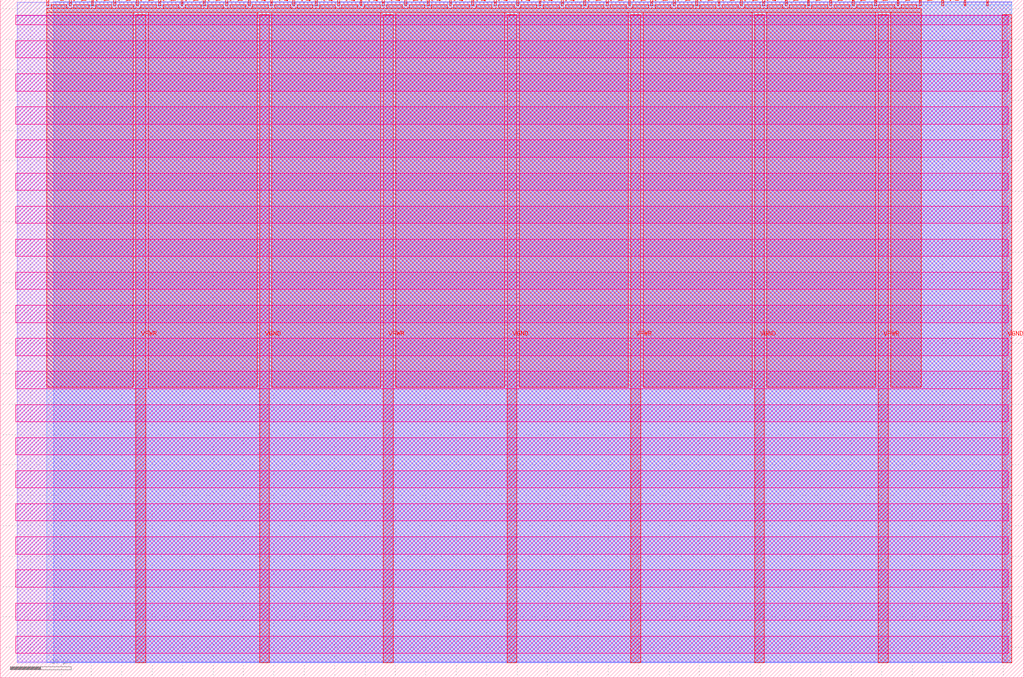
<source format=lef>
VERSION 5.7 ;
  NOWIREEXTENSIONATPIN ON ;
  DIVIDERCHAR "/" ;
  BUSBITCHARS "[]" ;
MACRO tt_um_4_LUT_Baungarten
  CLASS BLOCK ;
  FOREIGN tt_um_4_LUT_Baungarten ;
  ORIGIN 0.000 0.000 ;
  SIZE 168.360 BY 111.520 ;
  PIN VGND
    DIRECTION INOUT ;
    USE GROUND ;
    PORT
      LAYER met4 ;
        RECT 42.670 2.480 44.270 109.040 ;
    END
    PORT
      LAYER met4 ;
        RECT 83.380 2.480 84.980 109.040 ;
    END
    PORT
      LAYER met4 ;
        RECT 124.090 2.480 125.690 109.040 ;
    END
    PORT
      LAYER met4 ;
        RECT 164.800 2.480 166.400 109.040 ;
    END
  END VGND
  PIN VPWR
    DIRECTION INOUT ;
    USE POWER ;
    PORT
      LAYER met4 ;
        RECT 22.315 2.480 23.915 109.040 ;
    END
    PORT
      LAYER met4 ;
        RECT 63.025 2.480 64.625 109.040 ;
    END
    PORT
      LAYER met4 ;
        RECT 103.735 2.480 105.335 109.040 ;
    END
    PORT
      LAYER met4 ;
        RECT 144.445 2.480 146.045 109.040 ;
    END
  END VPWR
  PIN clk
    DIRECTION INPUT ;
    USE SIGNAL ;
    PORT
      LAYER met4 ;
        RECT 158.550 110.520 158.850 111.520 ;
    END
  END clk
  PIN ena
    DIRECTION INPUT ;
    USE SIGNAL ;
    PORT
      LAYER met4 ;
        RECT 162.230 110.520 162.530 111.520 ;
    END
  END ena
  PIN rst_n
    DIRECTION INPUT ;
    USE SIGNAL ;
    PORT
      LAYER met4 ;
        RECT 154.870 110.520 155.170 111.520 ;
    END
  END rst_n
  PIN ui_in[0]
    DIRECTION INPUT ;
    USE SIGNAL ;
    ANTENNAGATEAREA 0.159000 ;
    PORT
      LAYER met4 ;
        RECT 151.190 110.520 151.490 111.520 ;
    END
  END ui_in[0]
  PIN ui_in[1]
    DIRECTION INPUT ;
    USE SIGNAL ;
    ANTENNAGATEAREA 0.159000 ;
    PORT
      LAYER met4 ;
        RECT 147.510 110.520 147.810 111.520 ;
    END
  END ui_in[1]
  PIN ui_in[2]
    DIRECTION INPUT ;
    USE SIGNAL ;
    ANTENNAGATEAREA 0.159000 ;
    PORT
      LAYER met4 ;
        RECT 143.830 110.520 144.130 111.520 ;
    END
  END ui_in[2]
  PIN ui_in[3]
    DIRECTION INPUT ;
    USE SIGNAL ;
    ANTENNAGATEAREA 0.159000 ;
    PORT
      LAYER met4 ;
        RECT 140.150 110.520 140.450 111.520 ;
    END
  END ui_in[3]
  PIN ui_in[4]
    DIRECTION INPUT ;
    USE SIGNAL ;
    ANTENNAGATEAREA 0.213000 ;
    PORT
      LAYER met4 ;
        RECT 136.470 110.520 136.770 111.520 ;
    END
  END ui_in[4]
  PIN ui_in[5]
    DIRECTION INPUT ;
    USE SIGNAL ;
    ANTENNAGATEAREA 0.213000 ;
    PORT
      LAYER met4 ;
        RECT 132.790 110.520 133.090 111.520 ;
    END
  END ui_in[5]
  PIN ui_in[6]
    DIRECTION INPUT ;
    USE SIGNAL ;
    ANTENNAGATEAREA 0.213000 ;
    PORT
      LAYER met4 ;
        RECT 129.110 110.520 129.410 111.520 ;
    END
  END ui_in[6]
  PIN ui_in[7]
    DIRECTION INPUT ;
    USE SIGNAL ;
    ANTENNAGATEAREA 0.213000 ;
    PORT
      LAYER met4 ;
        RECT 125.430 110.520 125.730 111.520 ;
    END
  END ui_in[7]
  PIN uio_in[0]
    DIRECTION INPUT ;
    USE SIGNAL ;
    ANTENNAGATEAREA 0.196500 ;
    PORT
      LAYER met4 ;
        RECT 121.750 110.520 122.050 111.520 ;
    END
  END uio_in[0]
  PIN uio_in[1]
    DIRECTION INPUT ;
    USE SIGNAL ;
    ANTENNAGATEAREA 0.126000 ;
    PORT
      LAYER met4 ;
        RECT 118.070 110.520 118.370 111.520 ;
    END
  END uio_in[1]
  PIN uio_in[2]
    DIRECTION INPUT ;
    USE SIGNAL ;
    ANTENNAGATEAREA 0.126000 ;
    PORT
      LAYER met4 ;
        RECT 114.390 110.520 114.690 111.520 ;
    END
  END uio_in[2]
  PIN uio_in[3]
    DIRECTION INPUT ;
    USE SIGNAL ;
    ANTENNAGATEAREA 0.159000 ;
    PORT
      LAYER met4 ;
        RECT 110.710 110.520 111.010 111.520 ;
    END
  END uio_in[3]
  PIN uio_in[4]
    DIRECTION INPUT ;
    USE SIGNAL ;
    ANTENNAGATEAREA 0.159000 ;
    PORT
      LAYER met4 ;
        RECT 107.030 110.520 107.330 111.520 ;
    END
  END uio_in[4]
  PIN uio_in[5]
    DIRECTION INPUT ;
    USE SIGNAL ;
    ANTENNAGATEAREA 0.159000 ;
    PORT
      LAYER met4 ;
        RECT 103.350 110.520 103.650 111.520 ;
    END
  END uio_in[5]
  PIN uio_in[6]
    DIRECTION INPUT ;
    USE SIGNAL ;
    PORT
      LAYER met4 ;
        RECT 99.670 110.520 99.970 111.520 ;
    END
  END uio_in[6]
  PIN uio_in[7]
    DIRECTION INPUT ;
    USE SIGNAL ;
    PORT
      LAYER met4 ;
        RECT 95.990 110.520 96.290 111.520 ;
    END
  END uio_in[7]
  PIN uio_oe[0]
    DIRECTION OUTPUT TRISTATE ;
    USE SIGNAL ;
    PORT
      LAYER met4 ;
        RECT 33.430 110.520 33.730 111.520 ;
    END
  END uio_oe[0]
  PIN uio_oe[1]
    DIRECTION OUTPUT TRISTATE ;
    USE SIGNAL ;
    PORT
      LAYER met4 ;
        RECT 29.750 110.520 30.050 111.520 ;
    END
  END uio_oe[1]
  PIN uio_oe[2]
    DIRECTION OUTPUT TRISTATE ;
    USE SIGNAL ;
    PORT
      LAYER met4 ;
        RECT 26.070 110.520 26.370 111.520 ;
    END
  END uio_oe[2]
  PIN uio_oe[3]
    DIRECTION OUTPUT TRISTATE ;
    USE SIGNAL ;
    PORT
      LAYER met4 ;
        RECT 22.390 110.520 22.690 111.520 ;
    END
  END uio_oe[3]
  PIN uio_oe[4]
    DIRECTION OUTPUT TRISTATE ;
    USE SIGNAL ;
    PORT
      LAYER met4 ;
        RECT 18.710 110.520 19.010 111.520 ;
    END
  END uio_oe[4]
  PIN uio_oe[5]
    DIRECTION OUTPUT TRISTATE ;
    USE SIGNAL ;
    PORT
      LAYER met4 ;
        RECT 15.030 110.520 15.330 111.520 ;
    END
  END uio_oe[5]
  PIN uio_oe[6]
    DIRECTION OUTPUT TRISTATE ;
    USE SIGNAL ;
    PORT
      LAYER met4 ;
        RECT 11.350 110.520 11.650 111.520 ;
    END
  END uio_oe[6]
  PIN uio_oe[7]
    DIRECTION OUTPUT TRISTATE ;
    USE SIGNAL ;
    PORT
      LAYER met4 ;
        RECT 7.670 110.520 7.970 111.520 ;
    END
  END uio_oe[7]
  PIN uio_out[0]
    DIRECTION OUTPUT TRISTATE ;
    USE SIGNAL ;
    PORT
      LAYER met4 ;
        RECT 62.870 110.520 63.170 111.520 ;
    END
  END uio_out[0]
  PIN uio_out[1]
    DIRECTION OUTPUT TRISTATE ;
    USE SIGNAL ;
    PORT
      LAYER met4 ;
        RECT 59.190 110.520 59.490 111.520 ;
    END
  END uio_out[1]
  PIN uio_out[2]
    DIRECTION OUTPUT TRISTATE ;
    USE SIGNAL ;
    PORT
      LAYER met4 ;
        RECT 55.510 110.520 55.810 111.520 ;
    END
  END uio_out[2]
  PIN uio_out[3]
    DIRECTION OUTPUT TRISTATE ;
    USE SIGNAL ;
    PORT
      LAYER met4 ;
        RECT 51.830 110.520 52.130 111.520 ;
    END
  END uio_out[3]
  PIN uio_out[4]
    DIRECTION OUTPUT TRISTATE ;
    USE SIGNAL ;
    PORT
      LAYER met4 ;
        RECT 48.150 110.520 48.450 111.520 ;
    END
  END uio_out[4]
  PIN uio_out[5]
    DIRECTION OUTPUT TRISTATE ;
    USE SIGNAL ;
    PORT
      LAYER met4 ;
        RECT 44.470 110.520 44.770 111.520 ;
    END
  END uio_out[5]
  PIN uio_out[6]
    DIRECTION OUTPUT TRISTATE ;
    USE SIGNAL ;
    PORT
      LAYER met4 ;
        RECT 40.790 110.520 41.090 111.520 ;
    END
  END uio_out[6]
  PIN uio_out[7]
    DIRECTION OUTPUT TRISTATE ;
    USE SIGNAL ;
    PORT
      LAYER met4 ;
        RECT 37.110 110.520 37.410 111.520 ;
    END
  END uio_out[7]
  PIN uo_out[0]
    DIRECTION OUTPUT TRISTATE ;
    USE SIGNAL ;
    ANTENNADIFFAREA 0.445500 ;
    PORT
      LAYER met4 ;
        RECT 92.310 110.520 92.610 111.520 ;
    END
  END uo_out[0]
  PIN uo_out[1]
    DIRECTION OUTPUT TRISTATE ;
    USE SIGNAL ;
    ANTENNADIFFAREA 0.795200 ;
    PORT
      LAYER met4 ;
        RECT 88.630 110.520 88.930 111.520 ;
    END
  END uo_out[1]
  PIN uo_out[2]
    DIRECTION OUTPUT TRISTATE ;
    USE SIGNAL ;
    ANTENNADIFFAREA 0.445500 ;
    PORT
      LAYER met4 ;
        RECT 84.950 110.520 85.250 111.520 ;
    END
  END uo_out[2]
  PIN uo_out[3]
    DIRECTION OUTPUT TRISTATE ;
    USE SIGNAL ;
    ANTENNADIFFAREA 0.795200 ;
    PORT
      LAYER met4 ;
        RECT 81.270 110.520 81.570 111.520 ;
    END
  END uo_out[3]
  PIN uo_out[4]
    DIRECTION OUTPUT TRISTATE ;
    USE SIGNAL ;
    ANTENNADIFFAREA 0.445500 ;
    PORT
      LAYER met4 ;
        RECT 77.590 110.520 77.890 111.520 ;
    END
  END uo_out[4]
  PIN uo_out[5]
    DIRECTION OUTPUT TRISTATE ;
    USE SIGNAL ;
    ANTENNADIFFAREA 0.445500 ;
    PORT
      LAYER met4 ;
        RECT 73.910 110.520 74.210 111.520 ;
    END
  END uo_out[5]
  PIN uo_out[6]
    DIRECTION OUTPUT TRISTATE ;
    USE SIGNAL ;
    ANTENNADIFFAREA 0.445500 ;
    PORT
      LAYER met4 ;
        RECT 70.230 110.520 70.530 111.520 ;
    END
  END uo_out[6]
  PIN uo_out[7]
    DIRECTION OUTPUT TRISTATE ;
    USE SIGNAL ;
    ANTENNADIFFAREA 0.445500 ;
    PORT
      LAYER met4 ;
        RECT 66.550 110.520 66.850 111.520 ;
    END
  END uo_out[7]
  OBS
      LAYER nwell ;
        RECT 2.570 107.385 165.790 108.990 ;
        RECT 2.570 101.945 165.790 104.775 ;
        RECT 2.570 96.505 165.790 99.335 ;
        RECT 2.570 91.065 165.790 93.895 ;
        RECT 2.570 85.625 165.790 88.455 ;
        RECT 2.570 80.185 165.790 83.015 ;
        RECT 2.570 74.745 165.790 77.575 ;
        RECT 2.570 69.305 165.790 72.135 ;
        RECT 2.570 63.865 165.790 66.695 ;
        RECT 2.570 58.425 165.790 61.255 ;
        RECT 2.570 52.985 165.790 55.815 ;
        RECT 2.570 47.545 165.790 50.375 ;
        RECT 2.570 42.105 165.790 44.935 ;
        RECT 2.570 36.665 165.790 39.495 ;
        RECT 2.570 31.225 165.790 34.055 ;
        RECT 2.570 25.785 165.790 28.615 ;
        RECT 2.570 20.345 165.790 23.175 ;
        RECT 2.570 14.905 165.790 17.735 ;
        RECT 2.570 9.465 165.790 12.295 ;
        RECT 2.570 4.025 165.790 6.855 ;
      LAYER li1 ;
        RECT 2.760 2.635 165.600 108.885 ;
      LAYER met1 ;
        RECT 2.760 2.480 166.400 111.140 ;
      LAYER met2 ;
        RECT 8.830 2.535 166.370 111.170 ;
      LAYER met3 ;
        RECT 7.630 2.555 166.390 110.665 ;
      LAYER met4 ;
        RECT 8.370 110.120 10.950 110.665 ;
        RECT 12.050 110.120 14.630 110.665 ;
        RECT 15.730 110.120 18.310 110.665 ;
        RECT 19.410 110.120 21.990 110.665 ;
        RECT 23.090 110.120 25.670 110.665 ;
        RECT 26.770 110.120 29.350 110.665 ;
        RECT 30.450 110.120 33.030 110.665 ;
        RECT 34.130 110.120 36.710 110.665 ;
        RECT 37.810 110.120 40.390 110.665 ;
        RECT 41.490 110.120 44.070 110.665 ;
        RECT 45.170 110.120 47.750 110.665 ;
        RECT 48.850 110.120 51.430 110.665 ;
        RECT 52.530 110.120 55.110 110.665 ;
        RECT 56.210 110.120 58.790 110.665 ;
        RECT 59.890 110.120 62.470 110.665 ;
        RECT 63.570 110.120 66.150 110.665 ;
        RECT 67.250 110.120 69.830 110.665 ;
        RECT 70.930 110.120 73.510 110.665 ;
        RECT 74.610 110.120 77.190 110.665 ;
        RECT 78.290 110.120 80.870 110.665 ;
        RECT 81.970 110.120 84.550 110.665 ;
        RECT 85.650 110.120 88.230 110.665 ;
        RECT 89.330 110.120 91.910 110.665 ;
        RECT 93.010 110.120 95.590 110.665 ;
        RECT 96.690 110.120 99.270 110.665 ;
        RECT 100.370 110.120 102.950 110.665 ;
        RECT 104.050 110.120 106.630 110.665 ;
        RECT 107.730 110.120 110.310 110.665 ;
        RECT 111.410 110.120 113.990 110.665 ;
        RECT 115.090 110.120 117.670 110.665 ;
        RECT 118.770 110.120 121.350 110.665 ;
        RECT 122.450 110.120 125.030 110.665 ;
        RECT 126.130 110.120 128.710 110.665 ;
        RECT 129.810 110.120 132.390 110.665 ;
        RECT 133.490 110.120 136.070 110.665 ;
        RECT 137.170 110.120 139.750 110.665 ;
        RECT 140.850 110.120 143.430 110.665 ;
        RECT 144.530 110.120 147.110 110.665 ;
        RECT 148.210 110.120 150.790 110.665 ;
        RECT 7.655 109.440 151.505 110.120 ;
        RECT 7.655 47.775 21.915 109.440 ;
        RECT 24.315 47.775 42.270 109.440 ;
        RECT 44.670 47.775 62.625 109.440 ;
        RECT 65.025 47.775 82.980 109.440 ;
        RECT 85.380 47.775 103.335 109.440 ;
        RECT 105.735 47.775 123.690 109.440 ;
        RECT 126.090 47.775 144.045 109.440 ;
        RECT 146.445 47.775 151.505 109.440 ;
  END
END tt_um_4_LUT_Baungarten
END LIBRARY


</source>
